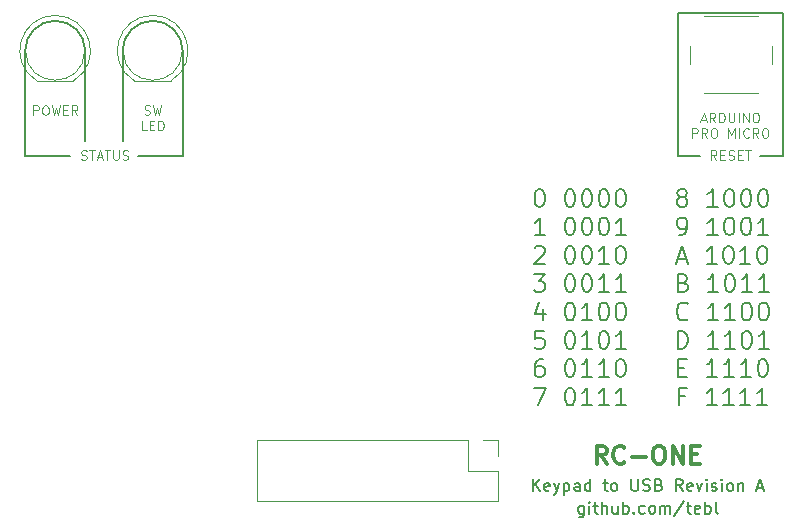
<source format=gto>
G04 #@! TF.FileFunction,Legend,Top*
%FSLAX46Y46*%
G04 Gerber Fmt 4.6, Leading zero omitted, Abs format (unit mm)*
G04 Created by KiCad (PCBNEW 4.0.7) date 01/27/20 22:56:50*
%MOMM*%
%LPD*%
G01*
G04 APERTURE LIST*
%ADD10C,0.100000*%
%ADD11C,0.150000*%
%ADD12C,0.300000*%
%ADD13C,0.200000*%
%ADD14C,0.120000*%
G04 APERTURE END LIST*
D10*
D11*
X171125238Y-142660714D02*
X171125238Y-143470238D01*
X171077619Y-143565476D01*
X171030000Y-143613095D01*
X170934761Y-143660714D01*
X170791904Y-143660714D01*
X170696666Y-143613095D01*
X171125238Y-143279762D02*
X171030000Y-143327381D01*
X170839523Y-143327381D01*
X170744285Y-143279762D01*
X170696666Y-143232143D01*
X170649047Y-143136905D01*
X170649047Y-142851190D01*
X170696666Y-142755952D01*
X170744285Y-142708333D01*
X170839523Y-142660714D01*
X171030000Y-142660714D01*
X171125238Y-142708333D01*
X171601428Y-143327381D02*
X171601428Y-142660714D01*
X171601428Y-142327381D02*
X171553809Y-142375000D01*
X171601428Y-142422619D01*
X171649047Y-142375000D01*
X171601428Y-142327381D01*
X171601428Y-142422619D01*
X171934761Y-142660714D02*
X172315713Y-142660714D01*
X172077618Y-142327381D02*
X172077618Y-143184524D01*
X172125237Y-143279762D01*
X172220475Y-143327381D01*
X172315713Y-143327381D01*
X172649047Y-143327381D02*
X172649047Y-142327381D01*
X173077619Y-143327381D02*
X173077619Y-142803571D01*
X173030000Y-142708333D01*
X172934762Y-142660714D01*
X172791904Y-142660714D01*
X172696666Y-142708333D01*
X172649047Y-142755952D01*
X173982381Y-142660714D02*
X173982381Y-143327381D01*
X173553809Y-142660714D02*
X173553809Y-143184524D01*
X173601428Y-143279762D01*
X173696666Y-143327381D01*
X173839524Y-143327381D01*
X173934762Y-143279762D01*
X173982381Y-143232143D01*
X174458571Y-143327381D02*
X174458571Y-142327381D01*
X174458571Y-142708333D02*
X174553809Y-142660714D01*
X174744286Y-142660714D01*
X174839524Y-142708333D01*
X174887143Y-142755952D01*
X174934762Y-142851190D01*
X174934762Y-143136905D01*
X174887143Y-143232143D01*
X174839524Y-143279762D01*
X174744286Y-143327381D01*
X174553809Y-143327381D01*
X174458571Y-143279762D01*
X175363333Y-143232143D02*
X175410952Y-143279762D01*
X175363333Y-143327381D01*
X175315714Y-143279762D01*
X175363333Y-143232143D01*
X175363333Y-143327381D01*
X176268095Y-143279762D02*
X176172857Y-143327381D01*
X175982380Y-143327381D01*
X175887142Y-143279762D01*
X175839523Y-143232143D01*
X175791904Y-143136905D01*
X175791904Y-142851190D01*
X175839523Y-142755952D01*
X175887142Y-142708333D01*
X175982380Y-142660714D01*
X176172857Y-142660714D01*
X176268095Y-142708333D01*
X176839523Y-143327381D02*
X176744285Y-143279762D01*
X176696666Y-143232143D01*
X176649047Y-143136905D01*
X176649047Y-142851190D01*
X176696666Y-142755952D01*
X176744285Y-142708333D01*
X176839523Y-142660714D01*
X176982381Y-142660714D01*
X177077619Y-142708333D01*
X177125238Y-142755952D01*
X177172857Y-142851190D01*
X177172857Y-143136905D01*
X177125238Y-143232143D01*
X177077619Y-143279762D01*
X176982381Y-143327381D01*
X176839523Y-143327381D01*
X177601428Y-143327381D02*
X177601428Y-142660714D01*
X177601428Y-142755952D02*
X177649047Y-142708333D01*
X177744285Y-142660714D01*
X177887143Y-142660714D01*
X177982381Y-142708333D01*
X178030000Y-142803571D01*
X178030000Y-143327381D01*
X178030000Y-142803571D02*
X178077619Y-142708333D01*
X178172857Y-142660714D01*
X178315714Y-142660714D01*
X178410952Y-142708333D01*
X178458571Y-142803571D01*
X178458571Y-143327381D01*
X179649047Y-142279762D02*
X178791904Y-143565476D01*
X179839523Y-142660714D02*
X180220475Y-142660714D01*
X179982380Y-142327381D02*
X179982380Y-143184524D01*
X180029999Y-143279762D01*
X180125237Y-143327381D01*
X180220475Y-143327381D01*
X180934762Y-143279762D02*
X180839524Y-143327381D01*
X180649047Y-143327381D01*
X180553809Y-143279762D01*
X180506190Y-143184524D01*
X180506190Y-142803571D01*
X180553809Y-142708333D01*
X180649047Y-142660714D01*
X180839524Y-142660714D01*
X180934762Y-142708333D01*
X180982381Y-142803571D01*
X180982381Y-142898810D01*
X180506190Y-142994048D01*
X181410952Y-143327381D02*
X181410952Y-142327381D01*
X181410952Y-142708333D02*
X181506190Y-142660714D01*
X181696667Y-142660714D01*
X181791905Y-142708333D01*
X181839524Y-142755952D01*
X181887143Y-142851190D01*
X181887143Y-143136905D01*
X181839524Y-143232143D01*
X181791905Y-143279762D01*
X181696667Y-143327381D01*
X181506190Y-143327381D01*
X181410952Y-143279762D01*
X182458571Y-143327381D02*
X182363333Y-143279762D01*
X182315714Y-143184524D01*
X182315714Y-142327381D01*
X166815713Y-141422381D02*
X166815713Y-140422381D01*
X167387142Y-141422381D02*
X166958570Y-140850952D01*
X167387142Y-140422381D02*
X166815713Y-140993810D01*
X168196666Y-141374762D02*
X168101428Y-141422381D01*
X167910951Y-141422381D01*
X167815713Y-141374762D01*
X167768094Y-141279524D01*
X167768094Y-140898571D01*
X167815713Y-140803333D01*
X167910951Y-140755714D01*
X168101428Y-140755714D01*
X168196666Y-140803333D01*
X168244285Y-140898571D01*
X168244285Y-140993810D01*
X167768094Y-141089048D01*
X168577618Y-140755714D02*
X168815713Y-141422381D01*
X169053809Y-140755714D02*
X168815713Y-141422381D01*
X168720475Y-141660476D01*
X168672856Y-141708095D01*
X168577618Y-141755714D01*
X169434761Y-140755714D02*
X169434761Y-141755714D01*
X169434761Y-140803333D02*
X169529999Y-140755714D01*
X169720476Y-140755714D01*
X169815714Y-140803333D01*
X169863333Y-140850952D01*
X169910952Y-140946190D01*
X169910952Y-141231905D01*
X169863333Y-141327143D01*
X169815714Y-141374762D01*
X169720476Y-141422381D01*
X169529999Y-141422381D01*
X169434761Y-141374762D01*
X170768095Y-141422381D02*
X170768095Y-140898571D01*
X170720476Y-140803333D01*
X170625238Y-140755714D01*
X170434761Y-140755714D01*
X170339523Y-140803333D01*
X170768095Y-141374762D02*
X170672857Y-141422381D01*
X170434761Y-141422381D01*
X170339523Y-141374762D01*
X170291904Y-141279524D01*
X170291904Y-141184286D01*
X170339523Y-141089048D01*
X170434761Y-141041429D01*
X170672857Y-141041429D01*
X170768095Y-140993810D01*
X171672857Y-141422381D02*
X171672857Y-140422381D01*
X171672857Y-141374762D02*
X171577619Y-141422381D01*
X171387142Y-141422381D01*
X171291904Y-141374762D01*
X171244285Y-141327143D01*
X171196666Y-141231905D01*
X171196666Y-140946190D01*
X171244285Y-140850952D01*
X171291904Y-140803333D01*
X171387142Y-140755714D01*
X171577619Y-140755714D01*
X171672857Y-140803333D01*
X172768095Y-140755714D02*
X173149047Y-140755714D01*
X172910952Y-140422381D02*
X172910952Y-141279524D01*
X172958571Y-141374762D01*
X173053809Y-141422381D01*
X173149047Y-141422381D01*
X173625238Y-141422381D02*
X173530000Y-141374762D01*
X173482381Y-141327143D01*
X173434762Y-141231905D01*
X173434762Y-140946190D01*
X173482381Y-140850952D01*
X173530000Y-140803333D01*
X173625238Y-140755714D01*
X173768096Y-140755714D01*
X173863334Y-140803333D01*
X173910953Y-140850952D01*
X173958572Y-140946190D01*
X173958572Y-141231905D01*
X173910953Y-141327143D01*
X173863334Y-141374762D01*
X173768096Y-141422381D01*
X173625238Y-141422381D01*
X175149048Y-140422381D02*
X175149048Y-141231905D01*
X175196667Y-141327143D01*
X175244286Y-141374762D01*
X175339524Y-141422381D01*
X175530001Y-141422381D01*
X175625239Y-141374762D01*
X175672858Y-141327143D01*
X175720477Y-141231905D01*
X175720477Y-140422381D01*
X176149048Y-141374762D02*
X176291905Y-141422381D01*
X176530001Y-141422381D01*
X176625239Y-141374762D01*
X176672858Y-141327143D01*
X176720477Y-141231905D01*
X176720477Y-141136667D01*
X176672858Y-141041429D01*
X176625239Y-140993810D01*
X176530001Y-140946190D01*
X176339524Y-140898571D01*
X176244286Y-140850952D01*
X176196667Y-140803333D01*
X176149048Y-140708095D01*
X176149048Y-140612857D01*
X176196667Y-140517619D01*
X176244286Y-140470000D01*
X176339524Y-140422381D01*
X176577620Y-140422381D01*
X176720477Y-140470000D01*
X177482382Y-140898571D02*
X177625239Y-140946190D01*
X177672858Y-140993810D01*
X177720477Y-141089048D01*
X177720477Y-141231905D01*
X177672858Y-141327143D01*
X177625239Y-141374762D01*
X177530001Y-141422381D01*
X177149048Y-141422381D01*
X177149048Y-140422381D01*
X177482382Y-140422381D01*
X177577620Y-140470000D01*
X177625239Y-140517619D01*
X177672858Y-140612857D01*
X177672858Y-140708095D01*
X177625239Y-140803333D01*
X177577620Y-140850952D01*
X177482382Y-140898571D01*
X177149048Y-140898571D01*
X179482382Y-141422381D02*
X179149048Y-140946190D01*
X178910953Y-141422381D02*
X178910953Y-140422381D01*
X179291906Y-140422381D01*
X179387144Y-140470000D01*
X179434763Y-140517619D01*
X179482382Y-140612857D01*
X179482382Y-140755714D01*
X179434763Y-140850952D01*
X179387144Y-140898571D01*
X179291906Y-140946190D01*
X178910953Y-140946190D01*
X180291906Y-141374762D02*
X180196668Y-141422381D01*
X180006191Y-141422381D01*
X179910953Y-141374762D01*
X179863334Y-141279524D01*
X179863334Y-140898571D01*
X179910953Y-140803333D01*
X180006191Y-140755714D01*
X180196668Y-140755714D01*
X180291906Y-140803333D01*
X180339525Y-140898571D01*
X180339525Y-140993810D01*
X179863334Y-141089048D01*
X180672858Y-140755714D02*
X180910953Y-141422381D01*
X181149049Y-140755714D01*
X181530001Y-141422381D02*
X181530001Y-140755714D01*
X181530001Y-140422381D02*
X181482382Y-140470000D01*
X181530001Y-140517619D01*
X181577620Y-140470000D01*
X181530001Y-140422381D01*
X181530001Y-140517619D01*
X181958572Y-141374762D02*
X182053810Y-141422381D01*
X182244286Y-141422381D01*
X182339525Y-141374762D01*
X182387144Y-141279524D01*
X182387144Y-141231905D01*
X182339525Y-141136667D01*
X182244286Y-141089048D01*
X182101429Y-141089048D01*
X182006191Y-141041429D01*
X181958572Y-140946190D01*
X181958572Y-140898571D01*
X182006191Y-140803333D01*
X182101429Y-140755714D01*
X182244286Y-140755714D01*
X182339525Y-140803333D01*
X182815715Y-141422381D02*
X182815715Y-140755714D01*
X182815715Y-140422381D02*
X182768096Y-140470000D01*
X182815715Y-140517619D01*
X182863334Y-140470000D01*
X182815715Y-140422381D01*
X182815715Y-140517619D01*
X183434762Y-141422381D02*
X183339524Y-141374762D01*
X183291905Y-141327143D01*
X183244286Y-141231905D01*
X183244286Y-140946190D01*
X183291905Y-140850952D01*
X183339524Y-140803333D01*
X183434762Y-140755714D01*
X183577620Y-140755714D01*
X183672858Y-140803333D01*
X183720477Y-140850952D01*
X183768096Y-140946190D01*
X183768096Y-141231905D01*
X183720477Y-141327143D01*
X183672858Y-141374762D01*
X183577620Y-141422381D01*
X183434762Y-141422381D01*
X184196667Y-140755714D02*
X184196667Y-141422381D01*
X184196667Y-140850952D02*
X184244286Y-140803333D01*
X184339524Y-140755714D01*
X184482382Y-140755714D01*
X184577620Y-140803333D01*
X184625239Y-140898571D01*
X184625239Y-141422381D01*
X185815715Y-141136667D02*
X186291906Y-141136667D01*
X185720477Y-141422381D02*
X186053810Y-140422381D01*
X186387144Y-141422381D01*
D12*
X173065714Y-139108571D02*
X172565714Y-138394286D01*
X172208571Y-139108571D02*
X172208571Y-137608571D01*
X172779999Y-137608571D01*
X172922857Y-137680000D01*
X172994285Y-137751429D01*
X173065714Y-137894286D01*
X173065714Y-138108571D01*
X172994285Y-138251429D01*
X172922857Y-138322857D01*
X172779999Y-138394286D01*
X172208571Y-138394286D01*
X174565714Y-138965714D02*
X174494285Y-139037143D01*
X174279999Y-139108571D01*
X174137142Y-139108571D01*
X173922857Y-139037143D01*
X173779999Y-138894286D01*
X173708571Y-138751429D01*
X173637142Y-138465714D01*
X173637142Y-138251429D01*
X173708571Y-137965714D01*
X173779999Y-137822857D01*
X173922857Y-137680000D01*
X174137142Y-137608571D01*
X174279999Y-137608571D01*
X174494285Y-137680000D01*
X174565714Y-137751429D01*
X175208571Y-138537143D02*
X176351428Y-138537143D01*
X177351428Y-137608571D02*
X177637142Y-137608571D01*
X177780000Y-137680000D01*
X177922857Y-137822857D01*
X177994285Y-138108571D01*
X177994285Y-138608571D01*
X177922857Y-138894286D01*
X177780000Y-139037143D01*
X177637142Y-139108571D01*
X177351428Y-139108571D01*
X177208571Y-139037143D01*
X177065714Y-138894286D01*
X176994285Y-138608571D01*
X176994285Y-138108571D01*
X177065714Y-137822857D01*
X177208571Y-137680000D01*
X177351428Y-137608571D01*
X178637143Y-139108571D02*
X178637143Y-137608571D01*
X179494286Y-139108571D01*
X179494286Y-137608571D01*
X180208572Y-138322857D02*
X180708572Y-138322857D01*
X180922858Y-139108571D02*
X180208572Y-139108571D01*
X180208572Y-137608571D01*
X180922858Y-137608571D01*
D11*
X179308573Y-116516429D02*
X179165715Y-116445000D01*
X179094287Y-116373571D01*
X179022858Y-116230714D01*
X179022858Y-116159286D01*
X179094287Y-116016429D01*
X179165715Y-115945000D01*
X179308573Y-115873571D01*
X179594287Y-115873571D01*
X179737144Y-115945000D01*
X179808573Y-116016429D01*
X179880001Y-116159286D01*
X179880001Y-116230714D01*
X179808573Y-116373571D01*
X179737144Y-116445000D01*
X179594287Y-116516429D01*
X179308573Y-116516429D01*
X179165715Y-116587857D01*
X179094287Y-116659286D01*
X179022858Y-116802143D01*
X179022858Y-117087857D01*
X179094287Y-117230714D01*
X179165715Y-117302143D01*
X179308573Y-117373571D01*
X179594287Y-117373571D01*
X179737144Y-117302143D01*
X179808573Y-117230714D01*
X179880001Y-117087857D01*
X179880001Y-116802143D01*
X179808573Y-116659286D01*
X179737144Y-116587857D01*
X179594287Y-116516429D01*
X182451429Y-117373571D02*
X181594286Y-117373571D01*
X182022858Y-117373571D02*
X182022858Y-115873571D01*
X181880001Y-116087857D01*
X181737143Y-116230714D01*
X181594286Y-116302143D01*
X183380000Y-115873571D02*
X183522857Y-115873571D01*
X183665714Y-115945000D01*
X183737143Y-116016429D01*
X183808572Y-116159286D01*
X183880000Y-116445000D01*
X183880000Y-116802143D01*
X183808572Y-117087857D01*
X183737143Y-117230714D01*
X183665714Y-117302143D01*
X183522857Y-117373571D01*
X183380000Y-117373571D01*
X183237143Y-117302143D01*
X183165714Y-117230714D01*
X183094286Y-117087857D01*
X183022857Y-116802143D01*
X183022857Y-116445000D01*
X183094286Y-116159286D01*
X183165714Y-116016429D01*
X183237143Y-115945000D01*
X183380000Y-115873571D01*
X184808571Y-115873571D02*
X184951428Y-115873571D01*
X185094285Y-115945000D01*
X185165714Y-116016429D01*
X185237143Y-116159286D01*
X185308571Y-116445000D01*
X185308571Y-116802143D01*
X185237143Y-117087857D01*
X185165714Y-117230714D01*
X185094285Y-117302143D01*
X184951428Y-117373571D01*
X184808571Y-117373571D01*
X184665714Y-117302143D01*
X184594285Y-117230714D01*
X184522857Y-117087857D01*
X184451428Y-116802143D01*
X184451428Y-116445000D01*
X184522857Y-116159286D01*
X184594285Y-116016429D01*
X184665714Y-115945000D01*
X184808571Y-115873571D01*
X186237142Y-115873571D02*
X186379999Y-115873571D01*
X186522856Y-115945000D01*
X186594285Y-116016429D01*
X186665714Y-116159286D01*
X186737142Y-116445000D01*
X186737142Y-116802143D01*
X186665714Y-117087857D01*
X186594285Y-117230714D01*
X186522856Y-117302143D01*
X186379999Y-117373571D01*
X186237142Y-117373571D01*
X186094285Y-117302143D01*
X186022856Y-117230714D01*
X185951428Y-117087857D01*
X185879999Y-116802143D01*
X185879999Y-116445000D01*
X185951428Y-116159286D01*
X186022856Y-116016429D01*
X186094285Y-115945000D01*
X186237142Y-115873571D01*
X179165715Y-119773571D02*
X179451430Y-119773571D01*
X179594287Y-119702143D01*
X179665715Y-119630714D01*
X179808573Y-119416429D01*
X179880001Y-119130714D01*
X179880001Y-118559286D01*
X179808573Y-118416429D01*
X179737144Y-118345000D01*
X179594287Y-118273571D01*
X179308573Y-118273571D01*
X179165715Y-118345000D01*
X179094287Y-118416429D01*
X179022858Y-118559286D01*
X179022858Y-118916429D01*
X179094287Y-119059286D01*
X179165715Y-119130714D01*
X179308573Y-119202143D01*
X179594287Y-119202143D01*
X179737144Y-119130714D01*
X179808573Y-119059286D01*
X179880001Y-118916429D01*
X182451429Y-119773571D02*
X181594286Y-119773571D01*
X182022858Y-119773571D02*
X182022858Y-118273571D01*
X181880001Y-118487857D01*
X181737143Y-118630714D01*
X181594286Y-118702143D01*
X183380000Y-118273571D02*
X183522857Y-118273571D01*
X183665714Y-118345000D01*
X183737143Y-118416429D01*
X183808572Y-118559286D01*
X183880000Y-118845000D01*
X183880000Y-119202143D01*
X183808572Y-119487857D01*
X183737143Y-119630714D01*
X183665714Y-119702143D01*
X183522857Y-119773571D01*
X183380000Y-119773571D01*
X183237143Y-119702143D01*
X183165714Y-119630714D01*
X183094286Y-119487857D01*
X183022857Y-119202143D01*
X183022857Y-118845000D01*
X183094286Y-118559286D01*
X183165714Y-118416429D01*
X183237143Y-118345000D01*
X183380000Y-118273571D01*
X184808571Y-118273571D02*
X184951428Y-118273571D01*
X185094285Y-118345000D01*
X185165714Y-118416429D01*
X185237143Y-118559286D01*
X185308571Y-118845000D01*
X185308571Y-119202143D01*
X185237143Y-119487857D01*
X185165714Y-119630714D01*
X185094285Y-119702143D01*
X184951428Y-119773571D01*
X184808571Y-119773571D01*
X184665714Y-119702143D01*
X184594285Y-119630714D01*
X184522857Y-119487857D01*
X184451428Y-119202143D01*
X184451428Y-118845000D01*
X184522857Y-118559286D01*
X184594285Y-118416429D01*
X184665714Y-118345000D01*
X184808571Y-118273571D01*
X186737142Y-119773571D02*
X185879999Y-119773571D01*
X186308571Y-119773571D02*
X186308571Y-118273571D01*
X186165714Y-118487857D01*
X186022856Y-118630714D01*
X185879999Y-118702143D01*
X179094287Y-121745000D02*
X179808573Y-121745000D01*
X178951430Y-122173571D02*
X179451430Y-120673571D01*
X179951430Y-122173571D01*
X182380001Y-122173571D02*
X181522858Y-122173571D01*
X181951430Y-122173571D02*
X181951430Y-120673571D01*
X181808573Y-120887857D01*
X181665715Y-121030714D01*
X181522858Y-121102143D01*
X183308572Y-120673571D02*
X183451429Y-120673571D01*
X183594286Y-120745000D01*
X183665715Y-120816429D01*
X183737144Y-120959286D01*
X183808572Y-121245000D01*
X183808572Y-121602143D01*
X183737144Y-121887857D01*
X183665715Y-122030714D01*
X183594286Y-122102143D01*
X183451429Y-122173571D01*
X183308572Y-122173571D01*
X183165715Y-122102143D01*
X183094286Y-122030714D01*
X183022858Y-121887857D01*
X182951429Y-121602143D01*
X182951429Y-121245000D01*
X183022858Y-120959286D01*
X183094286Y-120816429D01*
X183165715Y-120745000D01*
X183308572Y-120673571D01*
X185237143Y-122173571D02*
X184380000Y-122173571D01*
X184808572Y-122173571D02*
X184808572Y-120673571D01*
X184665715Y-120887857D01*
X184522857Y-121030714D01*
X184380000Y-121102143D01*
X186165714Y-120673571D02*
X186308571Y-120673571D01*
X186451428Y-120745000D01*
X186522857Y-120816429D01*
X186594286Y-120959286D01*
X186665714Y-121245000D01*
X186665714Y-121602143D01*
X186594286Y-121887857D01*
X186522857Y-122030714D01*
X186451428Y-122102143D01*
X186308571Y-122173571D01*
X186165714Y-122173571D01*
X186022857Y-122102143D01*
X185951428Y-122030714D01*
X185880000Y-121887857D01*
X185808571Y-121602143D01*
X185808571Y-121245000D01*
X185880000Y-120959286D01*
X185951428Y-120816429D01*
X186022857Y-120745000D01*
X186165714Y-120673571D01*
X179558573Y-123787857D02*
X179772859Y-123859286D01*
X179844287Y-123930714D01*
X179915716Y-124073571D01*
X179915716Y-124287857D01*
X179844287Y-124430714D01*
X179772859Y-124502143D01*
X179630001Y-124573571D01*
X179058573Y-124573571D01*
X179058573Y-123073571D01*
X179558573Y-123073571D01*
X179701430Y-123145000D01*
X179772859Y-123216429D01*
X179844287Y-123359286D01*
X179844287Y-123502143D01*
X179772859Y-123645000D01*
X179701430Y-123716429D01*
X179558573Y-123787857D01*
X179058573Y-123787857D01*
X182487144Y-124573571D02*
X181630001Y-124573571D01*
X182058573Y-124573571D02*
X182058573Y-123073571D01*
X181915716Y-123287857D01*
X181772858Y-123430714D01*
X181630001Y-123502143D01*
X183415715Y-123073571D02*
X183558572Y-123073571D01*
X183701429Y-123145000D01*
X183772858Y-123216429D01*
X183844287Y-123359286D01*
X183915715Y-123645000D01*
X183915715Y-124002143D01*
X183844287Y-124287857D01*
X183772858Y-124430714D01*
X183701429Y-124502143D01*
X183558572Y-124573571D01*
X183415715Y-124573571D01*
X183272858Y-124502143D01*
X183201429Y-124430714D01*
X183130001Y-124287857D01*
X183058572Y-124002143D01*
X183058572Y-123645000D01*
X183130001Y-123359286D01*
X183201429Y-123216429D01*
X183272858Y-123145000D01*
X183415715Y-123073571D01*
X185344286Y-124573571D02*
X184487143Y-124573571D01*
X184915715Y-124573571D02*
X184915715Y-123073571D01*
X184772858Y-123287857D01*
X184630000Y-123430714D01*
X184487143Y-123502143D01*
X186772857Y-124573571D02*
X185915714Y-124573571D01*
X186344286Y-124573571D02*
X186344286Y-123073571D01*
X186201429Y-123287857D01*
X186058571Y-123430714D01*
X185915714Y-123502143D01*
X179915716Y-126830714D02*
X179844287Y-126902143D01*
X179630001Y-126973571D01*
X179487144Y-126973571D01*
X179272859Y-126902143D01*
X179130001Y-126759286D01*
X179058573Y-126616429D01*
X178987144Y-126330714D01*
X178987144Y-126116429D01*
X179058573Y-125830714D01*
X179130001Y-125687857D01*
X179272859Y-125545000D01*
X179487144Y-125473571D01*
X179630001Y-125473571D01*
X179844287Y-125545000D01*
X179915716Y-125616429D01*
X182487144Y-126973571D02*
X181630001Y-126973571D01*
X182058573Y-126973571D02*
X182058573Y-125473571D01*
X181915716Y-125687857D01*
X181772858Y-125830714D01*
X181630001Y-125902143D01*
X183915715Y-126973571D02*
X183058572Y-126973571D01*
X183487144Y-126973571D02*
X183487144Y-125473571D01*
X183344287Y-125687857D01*
X183201429Y-125830714D01*
X183058572Y-125902143D01*
X184844286Y-125473571D02*
X184987143Y-125473571D01*
X185130000Y-125545000D01*
X185201429Y-125616429D01*
X185272858Y-125759286D01*
X185344286Y-126045000D01*
X185344286Y-126402143D01*
X185272858Y-126687857D01*
X185201429Y-126830714D01*
X185130000Y-126902143D01*
X184987143Y-126973571D01*
X184844286Y-126973571D01*
X184701429Y-126902143D01*
X184630000Y-126830714D01*
X184558572Y-126687857D01*
X184487143Y-126402143D01*
X184487143Y-126045000D01*
X184558572Y-125759286D01*
X184630000Y-125616429D01*
X184701429Y-125545000D01*
X184844286Y-125473571D01*
X186272857Y-125473571D02*
X186415714Y-125473571D01*
X186558571Y-125545000D01*
X186630000Y-125616429D01*
X186701429Y-125759286D01*
X186772857Y-126045000D01*
X186772857Y-126402143D01*
X186701429Y-126687857D01*
X186630000Y-126830714D01*
X186558571Y-126902143D01*
X186415714Y-126973571D01*
X186272857Y-126973571D01*
X186130000Y-126902143D01*
X186058571Y-126830714D01*
X185987143Y-126687857D01*
X185915714Y-126402143D01*
X185915714Y-126045000D01*
X185987143Y-125759286D01*
X186058571Y-125616429D01*
X186130000Y-125545000D01*
X186272857Y-125473571D01*
X179058573Y-129373571D02*
X179058573Y-127873571D01*
X179415716Y-127873571D01*
X179630001Y-127945000D01*
X179772859Y-128087857D01*
X179844287Y-128230714D01*
X179915716Y-128516429D01*
X179915716Y-128730714D01*
X179844287Y-129016429D01*
X179772859Y-129159286D01*
X179630001Y-129302143D01*
X179415716Y-129373571D01*
X179058573Y-129373571D01*
X182487144Y-129373571D02*
X181630001Y-129373571D01*
X182058573Y-129373571D02*
X182058573Y-127873571D01*
X181915716Y-128087857D01*
X181772858Y-128230714D01*
X181630001Y-128302143D01*
X183915715Y-129373571D02*
X183058572Y-129373571D01*
X183487144Y-129373571D02*
X183487144Y-127873571D01*
X183344287Y-128087857D01*
X183201429Y-128230714D01*
X183058572Y-128302143D01*
X184844286Y-127873571D02*
X184987143Y-127873571D01*
X185130000Y-127945000D01*
X185201429Y-128016429D01*
X185272858Y-128159286D01*
X185344286Y-128445000D01*
X185344286Y-128802143D01*
X185272858Y-129087857D01*
X185201429Y-129230714D01*
X185130000Y-129302143D01*
X184987143Y-129373571D01*
X184844286Y-129373571D01*
X184701429Y-129302143D01*
X184630000Y-129230714D01*
X184558572Y-129087857D01*
X184487143Y-128802143D01*
X184487143Y-128445000D01*
X184558572Y-128159286D01*
X184630000Y-128016429D01*
X184701429Y-127945000D01*
X184844286Y-127873571D01*
X186772857Y-129373571D02*
X185915714Y-129373571D01*
X186344286Y-129373571D02*
X186344286Y-127873571D01*
X186201429Y-128087857D01*
X186058571Y-128230714D01*
X185915714Y-128302143D01*
X179130001Y-130987857D02*
X179630001Y-130987857D01*
X179844287Y-131773571D02*
X179130001Y-131773571D01*
X179130001Y-130273571D01*
X179844287Y-130273571D01*
X182415715Y-131773571D02*
X181558572Y-131773571D01*
X181987144Y-131773571D02*
X181987144Y-130273571D01*
X181844287Y-130487857D01*
X181701429Y-130630714D01*
X181558572Y-130702143D01*
X183844286Y-131773571D02*
X182987143Y-131773571D01*
X183415715Y-131773571D02*
X183415715Y-130273571D01*
X183272858Y-130487857D01*
X183130000Y-130630714D01*
X182987143Y-130702143D01*
X185272857Y-131773571D02*
X184415714Y-131773571D01*
X184844286Y-131773571D02*
X184844286Y-130273571D01*
X184701429Y-130487857D01*
X184558571Y-130630714D01*
X184415714Y-130702143D01*
X186201428Y-130273571D02*
X186344285Y-130273571D01*
X186487142Y-130345000D01*
X186558571Y-130416429D01*
X186630000Y-130559286D01*
X186701428Y-130845000D01*
X186701428Y-131202143D01*
X186630000Y-131487857D01*
X186558571Y-131630714D01*
X186487142Y-131702143D01*
X186344285Y-131773571D01*
X186201428Y-131773571D01*
X186058571Y-131702143D01*
X185987142Y-131630714D01*
X185915714Y-131487857D01*
X185844285Y-131202143D01*
X185844285Y-130845000D01*
X185915714Y-130559286D01*
X185987142Y-130416429D01*
X186058571Y-130345000D01*
X186201428Y-130273571D01*
X179665716Y-133387857D02*
X179165716Y-133387857D01*
X179165716Y-134173571D02*
X179165716Y-132673571D01*
X179880002Y-132673571D01*
X182380001Y-134173571D02*
X181522858Y-134173571D01*
X181951430Y-134173571D02*
X181951430Y-132673571D01*
X181808573Y-132887857D01*
X181665715Y-133030714D01*
X181522858Y-133102143D01*
X183808572Y-134173571D02*
X182951429Y-134173571D01*
X183380001Y-134173571D02*
X183380001Y-132673571D01*
X183237144Y-132887857D01*
X183094286Y-133030714D01*
X182951429Y-133102143D01*
X185237143Y-134173571D02*
X184380000Y-134173571D01*
X184808572Y-134173571D02*
X184808572Y-132673571D01*
X184665715Y-132887857D01*
X184522857Y-133030714D01*
X184380000Y-133102143D01*
X186665714Y-134173571D02*
X185808571Y-134173571D01*
X186237143Y-134173571D02*
X186237143Y-132673571D01*
X186094286Y-132887857D01*
X185951428Y-133030714D01*
X185808571Y-133102143D01*
X167315001Y-115873571D02*
X167457858Y-115873571D01*
X167600715Y-115945000D01*
X167672144Y-116016429D01*
X167743573Y-116159286D01*
X167815001Y-116445000D01*
X167815001Y-116802143D01*
X167743573Y-117087857D01*
X167672144Y-117230714D01*
X167600715Y-117302143D01*
X167457858Y-117373571D01*
X167315001Y-117373571D01*
X167172144Y-117302143D01*
X167100715Y-117230714D01*
X167029287Y-117087857D01*
X166957858Y-116802143D01*
X166957858Y-116445000D01*
X167029287Y-116159286D01*
X167100715Y-116016429D01*
X167172144Y-115945000D01*
X167315001Y-115873571D01*
X169886429Y-115873571D02*
X170029286Y-115873571D01*
X170172143Y-115945000D01*
X170243572Y-116016429D01*
X170315001Y-116159286D01*
X170386429Y-116445000D01*
X170386429Y-116802143D01*
X170315001Y-117087857D01*
X170243572Y-117230714D01*
X170172143Y-117302143D01*
X170029286Y-117373571D01*
X169886429Y-117373571D01*
X169743572Y-117302143D01*
X169672143Y-117230714D01*
X169600715Y-117087857D01*
X169529286Y-116802143D01*
X169529286Y-116445000D01*
X169600715Y-116159286D01*
X169672143Y-116016429D01*
X169743572Y-115945000D01*
X169886429Y-115873571D01*
X171315000Y-115873571D02*
X171457857Y-115873571D01*
X171600714Y-115945000D01*
X171672143Y-116016429D01*
X171743572Y-116159286D01*
X171815000Y-116445000D01*
X171815000Y-116802143D01*
X171743572Y-117087857D01*
X171672143Y-117230714D01*
X171600714Y-117302143D01*
X171457857Y-117373571D01*
X171315000Y-117373571D01*
X171172143Y-117302143D01*
X171100714Y-117230714D01*
X171029286Y-117087857D01*
X170957857Y-116802143D01*
X170957857Y-116445000D01*
X171029286Y-116159286D01*
X171100714Y-116016429D01*
X171172143Y-115945000D01*
X171315000Y-115873571D01*
X172743571Y-115873571D02*
X172886428Y-115873571D01*
X173029285Y-115945000D01*
X173100714Y-116016429D01*
X173172143Y-116159286D01*
X173243571Y-116445000D01*
X173243571Y-116802143D01*
X173172143Y-117087857D01*
X173100714Y-117230714D01*
X173029285Y-117302143D01*
X172886428Y-117373571D01*
X172743571Y-117373571D01*
X172600714Y-117302143D01*
X172529285Y-117230714D01*
X172457857Y-117087857D01*
X172386428Y-116802143D01*
X172386428Y-116445000D01*
X172457857Y-116159286D01*
X172529285Y-116016429D01*
X172600714Y-115945000D01*
X172743571Y-115873571D01*
X174172142Y-115873571D02*
X174314999Y-115873571D01*
X174457856Y-115945000D01*
X174529285Y-116016429D01*
X174600714Y-116159286D01*
X174672142Y-116445000D01*
X174672142Y-116802143D01*
X174600714Y-117087857D01*
X174529285Y-117230714D01*
X174457856Y-117302143D01*
X174314999Y-117373571D01*
X174172142Y-117373571D01*
X174029285Y-117302143D01*
X173957856Y-117230714D01*
X173886428Y-117087857D01*
X173814999Y-116802143D01*
X173814999Y-116445000D01*
X173886428Y-116159286D01*
X173957856Y-116016429D01*
X174029285Y-115945000D01*
X174172142Y-115873571D01*
X167815001Y-119773571D02*
X166957858Y-119773571D01*
X167386430Y-119773571D02*
X167386430Y-118273571D01*
X167243573Y-118487857D01*
X167100715Y-118630714D01*
X166957858Y-118702143D01*
X169886429Y-118273571D02*
X170029286Y-118273571D01*
X170172143Y-118345000D01*
X170243572Y-118416429D01*
X170315001Y-118559286D01*
X170386429Y-118845000D01*
X170386429Y-119202143D01*
X170315001Y-119487857D01*
X170243572Y-119630714D01*
X170172143Y-119702143D01*
X170029286Y-119773571D01*
X169886429Y-119773571D01*
X169743572Y-119702143D01*
X169672143Y-119630714D01*
X169600715Y-119487857D01*
X169529286Y-119202143D01*
X169529286Y-118845000D01*
X169600715Y-118559286D01*
X169672143Y-118416429D01*
X169743572Y-118345000D01*
X169886429Y-118273571D01*
X171315000Y-118273571D02*
X171457857Y-118273571D01*
X171600714Y-118345000D01*
X171672143Y-118416429D01*
X171743572Y-118559286D01*
X171815000Y-118845000D01*
X171815000Y-119202143D01*
X171743572Y-119487857D01*
X171672143Y-119630714D01*
X171600714Y-119702143D01*
X171457857Y-119773571D01*
X171315000Y-119773571D01*
X171172143Y-119702143D01*
X171100714Y-119630714D01*
X171029286Y-119487857D01*
X170957857Y-119202143D01*
X170957857Y-118845000D01*
X171029286Y-118559286D01*
X171100714Y-118416429D01*
X171172143Y-118345000D01*
X171315000Y-118273571D01*
X172743571Y-118273571D02*
X172886428Y-118273571D01*
X173029285Y-118345000D01*
X173100714Y-118416429D01*
X173172143Y-118559286D01*
X173243571Y-118845000D01*
X173243571Y-119202143D01*
X173172143Y-119487857D01*
X173100714Y-119630714D01*
X173029285Y-119702143D01*
X172886428Y-119773571D01*
X172743571Y-119773571D01*
X172600714Y-119702143D01*
X172529285Y-119630714D01*
X172457857Y-119487857D01*
X172386428Y-119202143D01*
X172386428Y-118845000D01*
X172457857Y-118559286D01*
X172529285Y-118416429D01*
X172600714Y-118345000D01*
X172743571Y-118273571D01*
X174672142Y-119773571D02*
X173814999Y-119773571D01*
X174243571Y-119773571D02*
X174243571Y-118273571D01*
X174100714Y-118487857D01*
X173957856Y-118630714D01*
X173814999Y-118702143D01*
X166957858Y-120816429D02*
X167029287Y-120745000D01*
X167172144Y-120673571D01*
X167529287Y-120673571D01*
X167672144Y-120745000D01*
X167743573Y-120816429D01*
X167815001Y-120959286D01*
X167815001Y-121102143D01*
X167743573Y-121316429D01*
X166886430Y-122173571D01*
X167815001Y-122173571D01*
X169886429Y-120673571D02*
X170029286Y-120673571D01*
X170172143Y-120745000D01*
X170243572Y-120816429D01*
X170315001Y-120959286D01*
X170386429Y-121245000D01*
X170386429Y-121602143D01*
X170315001Y-121887857D01*
X170243572Y-122030714D01*
X170172143Y-122102143D01*
X170029286Y-122173571D01*
X169886429Y-122173571D01*
X169743572Y-122102143D01*
X169672143Y-122030714D01*
X169600715Y-121887857D01*
X169529286Y-121602143D01*
X169529286Y-121245000D01*
X169600715Y-120959286D01*
X169672143Y-120816429D01*
X169743572Y-120745000D01*
X169886429Y-120673571D01*
X171315000Y-120673571D02*
X171457857Y-120673571D01*
X171600714Y-120745000D01*
X171672143Y-120816429D01*
X171743572Y-120959286D01*
X171815000Y-121245000D01*
X171815000Y-121602143D01*
X171743572Y-121887857D01*
X171672143Y-122030714D01*
X171600714Y-122102143D01*
X171457857Y-122173571D01*
X171315000Y-122173571D01*
X171172143Y-122102143D01*
X171100714Y-122030714D01*
X171029286Y-121887857D01*
X170957857Y-121602143D01*
X170957857Y-121245000D01*
X171029286Y-120959286D01*
X171100714Y-120816429D01*
X171172143Y-120745000D01*
X171315000Y-120673571D01*
X173243571Y-122173571D02*
X172386428Y-122173571D01*
X172815000Y-122173571D02*
X172815000Y-120673571D01*
X172672143Y-120887857D01*
X172529285Y-121030714D01*
X172386428Y-121102143D01*
X174172142Y-120673571D02*
X174314999Y-120673571D01*
X174457856Y-120745000D01*
X174529285Y-120816429D01*
X174600714Y-120959286D01*
X174672142Y-121245000D01*
X174672142Y-121602143D01*
X174600714Y-121887857D01*
X174529285Y-122030714D01*
X174457856Y-122102143D01*
X174314999Y-122173571D01*
X174172142Y-122173571D01*
X174029285Y-122102143D01*
X173957856Y-122030714D01*
X173886428Y-121887857D01*
X173814999Y-121602143D01*
X173814999Y-121245000D01*
X173886428Y-120959286D01*
X173957856Y-120816429D01*
X174029285Y-120745000D01*
X174172142Y-120673571D01*
X166886430Y-123073571D02*
X167815001Y-123073571D01*
X167315001Y-123645000D01*
X167529287Y-123645000D01*
X167672144Y-123716429D01*
X167743573Y-123787857D01*
X167815001Y-123930714D01*
X167815001Y-124287857D01*
X167743573Y-124430714D01*
X167672144Y-124502143D01*
X167529287Y-124573571D01*
X167100715Y-124573571D01*
X166957858Y-124502143D01*
X166886430Y-124430714D01*
X169886429Y-123073571D02*
X170029286Y-123073571D01*
X170172143Y-123145000D01*
X170243572Y-123216429D01*
X170315001Y-123359286D01*
X170386429Y-123645000D01*
X170386429Y-124002143D01*
X170315001Y-124287857D01*
X170243572Y-124430714D01*
X170172143Y-124502143D01*
X170029286Y-124573571D01*
X169886429Y-124573571D01*
X169743572Y-124502143D01*
X169672143Y-124430714D01*
X169600715Y-124287857D01*
X169529286Y-124002143D01*
X169529286Y-123645000D01*
X169600715Y-123359286D01*
X169672143Y-123216429D01*
X169743572Y-123145000D01*
X169886429Y-123073571D01*
X171315000Y-123073571D02*
X171457857Y-123073571D01*
X171600714Y-123145000D01*
X171672143Y-123216429D01*
X171743572Y-123359286D01*
X171815000Y-123645000D01*
X171815000Y-124002143D01*
X171743572Y-124287857D01*
X171672143Y-124430714D01*
X171600714Y-124502143D01*
X171457857Y-124573571D01*
X171315000Y-124573571D01*
X171172143Y-124502143D01*
X171100714Y-124430714D01*
X171029286Y-124287857D01*
X170957857Y-124002143D01*
X170957857Y-123645000D01*
X171029286Y-123359286D01*
X171100714Y-123216429D01*
X171172143Y-123145000D01*
X171315000Y-123073571D01*
X173243571Y-124573571D02*
X172386428Y-124573571D01*
X172815000Y-124573571D02*
X172815000Y-123073571D01*
X172672143Y-123287857D01*
X172529285Y-123430714D01*
X172386428Y-123502143D01*
X174672142Y-124573571D02*
X173814999Y-124573571D01*
X174243571Y-124573571D02*
X174243571Y-123073571D01*
X174100714Y-123287857D01*
X173957856Y-123430714D01*
X173814999Y-123502143D01*
X167672144Y-125973571D02*
X167672144Y-126973571D01*
X167315001Y-125402143D02*
X166957858Y-126473571D01*
X167886430Y-126473571D01*
X169886429Y-125473571D02*
X170029286Y-125473571D01*
X170172143Y-125545000D01*
X170243572Y-125616429D01*
X170315001Y-125759286D01*
X170386429Y-126045000D01*
X170386429Y-126402143D01*
X170315001Y-126687857D01*
X170243572Y-126830714D01*
X170172143Y-126902143D01*
X170029286Y-126973571D01*
X169886429Y-126973571D01*
X169743572Y-126902143D01*
X169672143Y-126830714D01*
X169600715Y-126687857D01*
X169529286Y-126402143D01*
X169529286Y-126045000D01*
X169600715Y-125759286D01*
X169672143Y-125616429D01*
X169743572Y-125545000D01*
X169886429Y-125473571D01*
X171815000Y-126973571D02*
X170957857Y-126973571D01*
X171386429Y-126973571D02*
X171386429Y-125473571D01*
X171243572Y-125687857D01*
X171100714Y-125830714D01*
X170957857Y-125902143D01*
X172743571Y-125473571D02*
X172886428Y-125473571D01*
X173029285Y-125545000D01*
X173100714Y-125616429D01*
X173172143Y-125759286D01*
X173243571Y-126045000D01*
X173243571Y-126402143D01*
X173172143Y-126687857D01*
X173100714Y-126830714D01*
X173029285Y-126902143D01*
X172886428Y-126973571D01*
X172743571Y-126973571D01*
X172600714Y-126902143D01*
X172529285Y-126830714D01*
X172457857Y-126687857D01*
X172386428Y-126402143D01*
X172386428Y-126045000D01*
X172457857Y-125759286D01*
X172529285Y-125616429D01*
X172600714Y-125545000D01*
X172743571Y-125473571D01*
X174172142Y-125473571D02*
X174314999Y-125473571D01*
X174457856Y-125545000D01*
X174529285Y-125616429D01*
X174600714Y-125759286D01*
X174672142Y-126045000D01*
X174672142Y-126402143D01*
X174600714Y-126687857D01*
X174529285Y-126830714D01*
X174457856Y-126902143D01*
X174314999Y-126973571D01*
X174172142Y-126973571D01*
X174029285Y-126902143D01*
X173957856Y-126830714D01*
X173886428Y-126687857D01*
X173814999Y-126402143D01*
X173814999Y-126045000D01*
X173886428Y-125759286D01*
X173957856Y-125616429D01*
X174029285Y-125545000D01*
X174172142Y-125473571D01*
X167743573Y-127873571D02*
X167029287Y-127873571D01*
X166957858Y-128587857D01*
X167029287Y-128516429D01*
X167172144Y-128445000D01*
X167529287Y-128445000D01*
X167672144Y-128516429D01*
X167743573Y-128587857D01*
X167815001Y-128730714D01*
X167815001Y-129087857D01*
X167743573Y-129230714D01*
X167672144Y-129302143D01*
X167529287Y-129373571D01*
X167172144Y-129373571D01*
X167029287Y-129302143D01*
X166957858Y-129230714D01*
X169886429Y-127873571D02*
X170029286Y-127873571D01*
X170172143Y-127945000D01*
X170243572Y-128016429D01*
X170315001Y-128159286D01*
X170386429Y-128445000D01*
X170386429Y-128802143D01*
X170315001Y-129087857D01*
X170243572Y-129230714D01*
X170172143Y-129302143D01*
X170029286Y-129373571D01*
X169886429Y-129373571D01*
X169743572Y-129302143D01*
X169672143Y-129230714D01*
X169600715Y-129087857D01*
X169529286Y-128802143D01*
X169529286Y-128445000D01*
X169600715Y-128159286D01*
X169672143Y-128016429D01*
X169743572Y-127945000D01*
X169886429Y-127873571D01*
X171815000Y-129373571D02*
X170957857Y-129373571D01*
X171386429Y-129373571D02*
X171386429Y-127873571D01*
X171243572Y-128087857D01*
X171100714Y-128230714D01*
X170957857Y-128302143D01*
X172743571Y-127873571D02*
X172886428Y-127873571D01*
X173029285Y-127945000D01*
X173100714Y-128016429D01*
X173172143Y-128159286D01*
X173243571Y-128445000D01*
X173243571Y-128802143D01*
X173172143Y-129087857D01*
X173100714Y-129230714D01*
X173029285Y-129302143D01*
X172886428Y-129373571D01*
X172743571Y-129373571D01*
X172600714Y-129302143D01*
X172529285Y-129230714D01*
X172457857Y-129087857D01*
X172386428Y-128802143D01*
X172386428Y-128445000D01*
X172457857Y-128159286D01*
X172529285Y-128016429D01*
X172600714Y-127945000D01*
X172743571Y-127873571D01*
X174672142Y-129373571D02*
X173814999Y-129373571D01*
X174243571Y-129373571D02*
X174243571Y-127873571D01*
X174100714Y-128087857D01*
X173957856Y-128230714D01*
X173814999Y-128302143D01*
X167672144Y-130273571D02*
X167386430Y-130273571D01*
X167243573Y-130345000D01*
X167172144Y-130416429D01*
X167029287Y-130630714D01*
X166957858Y-130916429D01*
X166957858Y-131487857D01*
X167029287Y-131630714D01*
X167100715Y-131702143D01*
X167243573Y-131773571D01*
X167529287Y-131773571D01*
X167672144Y-131702143D01*
X167743573Y-131630714D01*
X167815001Y-131487857D01*
X167815001Y-131130714D01*
X167743573Y-130987857D01*
X167672144Y-130916429D01*
X167529287Y-130845000D01*
X167243573Y-130845000D01*
X167100715Y-130916429D01*
X167029287Y-130987857D01*
X166957858Y-131130714D01*
X169886429Y-130273571D02*
X170029286Y-130273571D01*
X170172143Y-130345000D01*
X170243572Y-130416429D01*
X170315001Y-130559286D01*
X170386429Y-130845000D01*
X170386429Y-131202143D01*
X170315001Y-131487857D01*
X170243572Y-131630714D01*
X170172143Y-131702143D01*
X170029286Y-131773571D01*
X169886429Y-131773571D01*
X169743572Y-131702143D01*
X169672143Y-131630714D01*
X169600715Y-131487857D01*
X169529286Y-131202143D01*
X169529286Y-130845000D01*
X169600715Y-130559286D01*
X169672143Y-130416429D01*
X169743572Y-130345000D01*
X169886429Y-130273571D01*
X171815000Y-131773571D02*
X170957857Y-131773571D01*
X171386429Y-131773571D02*
X171386429Y-130273571D01*
X171243572Y-130487857D01*
X171100714Y-130630714D01*
X170957857Y-130702143D01*
X173243571Y-131773571D02*
X172386428Y-131773571D01*
X172815000Y-131773571D02*
X172815000Y-130273571D01*
X172672143Y-130487857D01*
X172529285Y-130630714D01*
X172386428Y-130702143D01*
X174172142Y-130273571D02*
X174314999Y-130273571D01*
X174457856Y-130345000D01*
X174529285Y-130416429D01*
X174600714Y-130559286D01*
X174672142Y-130845000D01*
X174672142Y-131202143D01*
X174600714Y-131487857D01*
X174529285Y-131630714D01*
X174457856Y-131702143D01*
X174314999Y-131773571D01*
X174172142Y-131773571D01*
X174029285Y-131702143D01*
X173957856Y-131630714D01*
X173886428Y-131487857D01*
X173814999Y-131202143D01*
X173814999Y-130845000D01*
X173886428Y-130559286D01*
X173957856Y-130416429D01*
X174029285Y-130345000D01*
X174172142Y-130273571D01*
X166886430Y-132673571D02*
X167886430Y-132673571D01*
X167243573Y-134173571D01*
X169886429Y-132673571D02*
X170029286Y-132673571D01*
X170172143Y-132745000D01*
X170243572Y-132816429D01*
X170315001Y-132959286D01*
X170386429Y-133245000D01*
X170386429Y-133602143D01*
X170315001Y-133887857D01*
X170243572Y-134030714D01*
X170172143Y-134102143D01*
X170029286Y-134173571D01*
X169886429Y-134173571D01*
X169743572Y-134102143D01*
X169672143Y-134030714D01*
X169600715Y-133887857D01*
X169529286Y-133602143D01*
X169529286Y-133245000D01*
X169600715Y-132959286D01*
X169672143Y-132816429D01*
X169743572Y-132745000D01*
X169886429Y-132673571D01*
X171815000Y-134173571D02*
X170957857Y-134173571D01*
X171386429Y-134173571D02*
X171386429Y-132673571D01*
X171243572Y-132887857D01*
X171100714Y-133030714D01*
X170957857Y-133102143D01*
X173243571Y-134173571D02*
X172386428Y-134173571D01*
X172815000Y-134173571D02*
X172815000Y-132673571D01*
X172672143Y-132887857D01*
X172529285Y-133030714D01*
X172386428Y-133102143D01*
X174672142Y-134173571D02*
X173814999Y-134173571D01*
X174243571Y-134173571D02*
X174243571Y-132673571D01*
X174100714Y-132887857D01*
X173957856Y-133030714D01*
X173814999Y-133102143D01*
D13*
X180975000Y-113030000D02*
X179070000Y-113030000D01*
X187960000Y-113030000D02*
X186055000Y-113030000D01*
D10*
X182353095Y-113391905D02*
X182086428Y-113010952D01*
X181895952Y-113391905D02*
X181895952Y-112591905D01*
X182200714Y-112591905D01*
X182276905Y-112630000D01*
X182315000Y-112668095D01*
X182353095Y-112744286D01*
X182353095Y-112858571D01*
X182315000Y-112934762D01*
X182276905Y-112972857D01*
X182200714Y-113010952D01*
X181895952Y-113010952D01*
X182695952Y-112972857D02*
X182962619Y-112972857D01*
X183076905Y-113391905D02*
X182695952Y-113391905D01*
X182695952Y-112591905D01*
X183076905Y-112591905D01*
X183381667Y-113353810D02*
X183495953Y-113391905D01*
X183686429Y-113391905D01*
X183762619Y-113353810D01*
X183800715Y-113315714D01*
X183838810Y-113239524D01*
X183838810Y-113163333D01*
X183800715Y-113087143D01*
X183762619Y-113049048D01*
X183686429Y-113010952D01*
X183534048Y-112972857D01*
X183457857Y-112934762D01*
X183419762Y-112896667D01*
X183381667Y-112820476D01*
X183381667Y-112744286D01*
X183419762Y-112668095D01*
X183457857Y-112630000D01*
X183534048Y-112591905D01*
X183724524Y-112591905D01*
X183838810Y-112630000D01*
X184181667Y-112972857D02*
X184448334Y-112972857D01*
X184562620Y-113391905D02*
X184181667Y-113391905D01*
X184181667Y-112591905D01*
X184562620Y-112591905D01*
X184791191Y-112591905D02*
X185248334Y-112591905D01*
X185019763Y-113391905D02*
X185019763Y-112591905D01*
D13*
X187960000Y-100965000D02*
X187960000Y-107950000D01*
X179070000Y-100965000D02*
X187960000Y-100965000D01*
X179070000Y-107950000D02*
X179070000Y-100965000D01*
X187960000Y-113030000D02*
X187960000Y-107950000D01*
X179070000Y-107950000D02*
X179070000Y-113030000D01*
D10*
X181076906Y-109973333D02*
X181457858Y-109973333D01*
X181000715Y-110201905D02*
X181267382Y-109401905D01*
X181534049Y-110201905D01*
X182257858Y-110201905D02*
X181991191Y-109820952D01*
X181800715Y-110201905D02*
X181800715Y-109401905D01*
X182105477Y-109401905D01*
X182181668Y-109440000D01*
X182219763Y-109478095D01*
X182257858Y-109554286D01*
X182257858Y-109668571D01*
X182219763Y-109744762D01*
X182181668Y-109782857D01*
X182105477Y-109820952D01*
X181800715Y-109820952D01*
X182600715Y-110201905D02*
X182600715Y-109401905D01*
X182791191Y-109401905D01*
X182905477Y-109440000D01*
X182981668Y-109516190D01*
X183019763Y-109592381D01*
X183057858Y-109744762D01*
X183057858Y-109859048D01*
X183019763Y-110011429D01*
X182981668Y-110087619D01*
X182905477Y-110163810D01*
X182791191Y-110201905D01*
X182600715Y-110201905D01*
X183400715Y-109401905D02*
X183400715Y-110049524D01*
X183438810Y-110125714D01*
X183476906Y-110163810D01*
X183553096Y-110201905D01*
X183705477Y-110201905D01*
X183781668Y-110163810D01*
X183819763Y-110125714D01*
X183857858Y-110049524D01*
X183857858Y-109401905D01*
X184238810Y-110201905D02*
X184238810Y-109401905D01*
X184619762Y-110201905D02*
X184619762Y-109401905D01*
X185076905Y-110201905D01*
X185076905Y-109401905D01*
X185610238Y-109401905D02*
X185762619Y-109401905D01*
X185838810Y-109440000D01*
X185915000Y-109516190D01*
X185953095Y-109668571D01*
X185953095Y-109935238D01*
X185915000Y-110087619D01*
X185838810Y-110163810D01*
X185762619Y-110201905D01*
X185610238Y-110201905D01*
X185534048Y-110163810D01*
X185457857Y-110087619D01*
X185419762Y-109935238D01*
X185419762Y-109668571D01*
X185457857Y-109516190D01*
X185534048Y-109440000D01*
X185610238Y-109401905D01*
X180315000Y-111501905D02*
X180315000Y-110701905D01*
X180619762Y-110701905D01*
X180695953Y-110740000D01*
X180734048Y-110778095D01*
X180772143Y-110854286D01*
X180772143Y-110968571D01*
X180734048Y-111044762D01*
X180695953Y-111082857D01*
X180619762Y-111120952D01*
X180315000Y-111120952D01*
X181572143Y-111501905D02*
X181305476Y-111120952D01*
X181115000Y-111501905D02*
X181115000Y-110701905D01*
X181419762Y-110701905D01*
X181495953Y-110740000D01*
X181534048Y-110778095D01*
X181572143Y-110854286D01*
X181572143Y-110968571D01*
X181534048Y-111044762D01*
X181495953Y-111082857D01*
X181419762Y-111120952D01*
X181115000Y-111120952D01*
X182067381Y-110701905D02*
X182219762Y-110701905D01*
X182295953Y-110740000D01*
X182372143Y-110816190D01*
X182410238Y-110968571D01*
X182410238Y-111235238D01*
X182372143Y-111387619D01*
X182295953Y-111463810D01*
X182219762Y-111501905D01*
X182067381Y-111501905D01*
X181991191Y-111463810D01*
X181915000Y-111387619D01*
X181876905Y-111235238D01*
X181876905Y-110968571D01*
X181915000Y-110816190D01*
X181991191Y-110740000D01*
X182067381Y-110701905D01*
X183362619Y-111501905D02*
X183362619Y-110701905D01*
X183629286Y-111273333D01*
X183895953Y-110701905D01*
X183895953Y-111501905D01*
X184276905Y-111501905D02*
X184276905Y-110701905D01*
X185115000Y-111425714D02*
X185076905Y-111463810D01*
X184962619Y-111501905D01*
X184886429Y-111501905D01*
X184772143Y-111463810D01*
X184695952Y-111387619D01*
X184657857Y-111311429D01*
X184619762Y-111159048D01*
X184619762Y-111044762D01*
X184657857Y-110892381D01*
X184695952Y-110816190D01*
X184772143Y-110740000D01*
X184886429Y-110701905D01*
X184962619Y-110701905D01*
X185076905Y-110740000D01*
X185115000Y-110778095D01*
X185915000Y-111501905D02*
X185648333Y-111120952D01*
X185457857Y-111501905D02*
X185457857Y-110701905D01*
X185762619Y-110701905D01*
X185838810Y-110740000D01*
X185876905Y-110778095D01*
X185915000Y-110854286D01*
X185915000Y-110968571D01*
X185876905Y-111044762D01*
X185838810Y-111082857D01*
X185762619Y-111120952D01*
X185457857Y-111120952D01*
X186410238Y-110701905D02*
X186562619Y-110701905D01*
X186638810Y-110740000D01*
X186715000Y-110816190D01*
X186753095Y-110968571D01*
X186753095Y-111235238D01*
X186715000Y-111387619D01*
X186638810Y-111463810D01*
X186562619Y-111501905D01*
X186410238Y-111501905D01*
X186334048Y-111463810D01*
X186257857Y-111387619D01*
X186219762Y-111235238D01*
X186219762Y-110968571D01*
X186257857Y-110816190D01*
X186334048Y-110740000D01*
X186410238Y-110701905D01*
D13*
X137160000Y-104140000D02*
G75*
G03X134620000Y-101600000I-2540000J0D01*
G01*
X134620000Y-101600000D02*
G75*
G03X132080000Y-104140000I0J-2540000D01*
G01*
X128905000Y-104140000D02*
G75*
G03X126365000Y-101600000I-2540000J0D01*
G01*
X126365000Y-101600000D02*
G75*
G03X123825000Y-104140000I0J-2540000D01*
G01*
X127635000Y-113030000D02*
X123825000Y-113030000D01*
X133350000Y-113030000D02*
X137160000Y-113030000D01*
D10*
X128575048Y-113353810D02*
X128689334Y-113391905D01*
X128879810Y-113391905D01*
X128956000Y-113353810D01*
X128994096Y-113315714D01*
X129032191Y-113239524D01*
X129032191Y-113163333D01*
X128994096Y-113087143D01*
X128956000Y-113049048D01*
X128879810Y-113010952D01*
X128727429Y-112972857D01*
X128651238Y-112934762D01*
X128613143Y-112896667D01*
X128575048Y-112820476D01*
X128575048Y-112744286D01*
X128613143Y-112668095D01*
X128651238Y-112630000D01*
X128727429Y-112591905D01*
X128917905Y-112591905D01*
X129032191Y-112630000D01*
X129260762Y-112591905D02*
X129717905Y-112591905D01*
X129489334Y-113391905D02*
X129489334Y-112591905D01*
X129946477Y-113163333D02*
X130327429Y-113163333D01*
X129870286Y-113391905D02*
X130136953Y-112591905D01*
X130403620Y-113391905D01*
X130556000Y-112591905D02*
X131013143Y-112591905D01*
X130784572Y-113391905D02*
X130784572Y-112591905D01*
X131279810Y-112591905D02*
X131279810Y-113239524D01*
X131317905Y-113315714D01*
X131356001Y-113353810D01*
X131432191Y-113391905D01*
X131584572Y-113391905D01*
X131660763Y-113353810D01*
X131698858Y-113315714D01*
X131736953Y-113239524D01*
X131736953Y-112591905D01*
X132079810Y-113353810D02*
X132194096Y-113391905D01*
X132384572Y-113391905D01*
X132460762Y-113353810D01*
X132498858Y-113315714D01*
X132536953Y-113239524D01*
X132536953Y-113163333D01*
X132498858Y-113087143D01*
X132460762Y-113049048D01*
X132384572Y-113010952D01*
X132232191Y-112972857D01*
X132156000Y-112934762D01*
X132117905Y-112896667D01*
X132079810Y-112820476D01*
X132079810Y-112744286D01*
X132117905Y-112668095D01*
X132156000Y-112630000D01*
X132232191Y-112591905D01*
X132422667Y-112591905D01*
X132536953Y-112630000D01*
X133934286Y-109528810D02*
X134048572Y-109566905D01*
X134239048Y-109566905D01*
X134315238Y-109528810D01*
X134353334Y-109490714D01*
X134391429Y-109414524D01*
X134391429Y-109338333D01*
X134353334Y-109262143D01*
X134315238Y-109224048D01*
X134239048Y-109185952D01*
X134086667Y-109147857D01*
X134010476Y-109109762D01*
X133972381Y-109071667D01*
X133934286Y-108995476D01*
X133934286Y-108919286D01*
X133972381Y-108843095D01*
X134010476Y-108805000D01*
X134086667Y-108766905D01*
X134277143Y-108766905D01*
X134391429Y-108805000D01*
X134658096Y-108766905D02*
X134848572Y-109566905D01*
X135000953Y-108995476D01*
X135153334Y-109566905D01*
X135343810Y-108766905D01*
X134105715Y-110866905D02*
X133724762Y-110866905D01*
X133724762Y-110066905D01*
X134372381Y-110447857D02*
X134639048Y-110447857D01*
X134753334Y-110866905D02*
X134372381Y-110866905D01*
X134372381Y-110066905D01*
X134753334Y-110066905D01*
X135096191Y-110866905D02*
X135096191Y-110066905D01*
X135286667Y-110066905D01*
X135400953Y-110105000D01*
X135477144Y-110181190D01*
X135515239Y-110257381D01*
X135553334Y-110409762D01*
X135553334Y-110524048D01*
X135515239Y-110676429D01*
X135477144Y-110752619D01*
X135400953Y-110828810D01*
X135286667Y-110866905D01*
X135096191Y-110866905D01*
X124517381Y-109581905D02*
X124517381Y-108781905D01*
X124822143Y-108781905D01*
X124898334Y-108820000D01*
X124936429Y-108858095D01*
X124974524Y-108934286D01*
X124974524Y-109048571D01*
X124936429Y-109124762D01*
X124898334Y-109162857D01*
X124822143Y-109200952D01*
X124517381Y-109200952D01*
X125469762Y-108781905D02*
X125622143Y-108781905D01*
X125698334Y-108820000D01*
X125774524Y-108896190D01*
X125812619Y-109048571D01*
X125812619Y-109315238D01*
X125774524Y-109467619D01*
X125698334Y-109543810D01*
X125622143Y-109581905D01*
X125469762Y-109581905D01*
X125393572Y-109543810D01*
X125317381Y-109467619D01*
X125279286Y-109315238D01*
X125279286Y-109048571D01*
X125317381Y-108896190D01*
X125393572Y-108820000D01*
X125469762Y-108781905D01*
X126079286Y-108781905D02*
X126269762Y-109581905D01*
X126422143Y-109010476D01*
X126574524Y-109581905D01*
X126765000Y-108781905D01*
X127069762Y-109162857D02*
X127336429Y-109162857D01*
X127450715Y-109581905D02*
X127069762Y-109581905D01*
X127069762Y-108781905D01*
X127450715Y-108781905D01*
X128250715Y-109581905D02*
X127984048Y-109200952D01*
X127793572Y-109581905D02*
X127793572Y-108781905D01*
X128098334Y-108781905D01*
X128174525Y-108820000D01*
X128212620Y-108858095D01*
X128250715Y-108934286D01*
X128250715Y-109048571D01*
X128212620Y-109124762D01*
X128174525Y-109162857D01*
X128098334Y-109200952D01*
X127793572Y-109200952D01*
D13*
X137160000Y-104140000D02*
X137160000Y-113030000D01*
X132080000Y-104140000D02*
X132080000Y-111760000D01*
X123825000Y-113030000D02*
X123825000Y-104140000D01*
X128905000Y-104140000D02*
X128905000Y-111760000D01*
D14*
X126365462Y-101150000D02*
G75*
G03X124820170Y-106700000I-462J-2990000D01*
G01*
X126364538Y-101150000D02*
G75*
G02X127909830Y-106700000I462J-2990000D01*
G01*
X128865000Y-104140000D02*
G75*
G03X128865000Y-104140000I-2500000J0D01*
G01*
X124820000Y-106700000D02*
X127910000Y-106700000D01*
X134620462Y-101150000D02*
G75*
G03X133075170Y-106700000I-462J-2990000D01*
G01*
X134619538Y-101150000D02*
G75*
G02X136164830Y-106700000I462J-2990000D01*
G01*
X137120000Y-104140000D02*
G75*
G03X137120000Y-104140000I-2500000J0D01*
G01*
X133075000Y-106700000D02*
X136165000Y-106700000D01*
X143450000Y-137100000D02*
X143450000Y-142300000D01*
X161290000Y-137100000D02*
X143450000Y-137100000D01*
X163890000Y-142300000D02*
X143450000Y-142300000D01*
X161290000Y-137100000D02*
X161290000Y-139700000D01*
X161290000Y-139700000D02*
X163890000Y-139700000D01*
X163890000Y-139700000D02*
X163890000Y-142300000D01*
X162560000Y-137100000D02*
X163890000Y-137100000D01*
X163890000Y-137100000D02*
X163890000Y-138430000D01*
X181340000Y-107735000D02*
X185840000Y-107735000D01*
X180090000Y-103735000D02*
X180090000Y-105235000D01*
X185840000Y-101235000D02*
X181340000Y-101235000D01*
X187090000Y-105235000D02*
X187090000Y-103735000D01*
M02*

</source>
